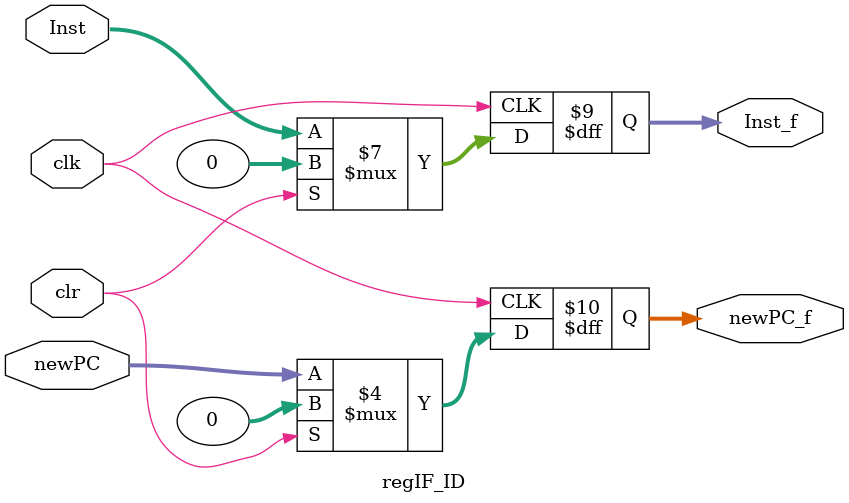
<source format=v>
module regIF_ID
(
	input clk,
	input clr,
	input [31:0]Inst,
	input [31:0]newPC,
	output reg[31:0]Inst_f,
	output reg[31:0]newPC_f
);

always@(posedge clk)
begin
	Inst_f = Inst;
	newPC_f = newPC; 
	if(clr == 1)
	begin
		Inst_f = 0;
		newPC_f = 0;
	end
end

endmodule

</source>
